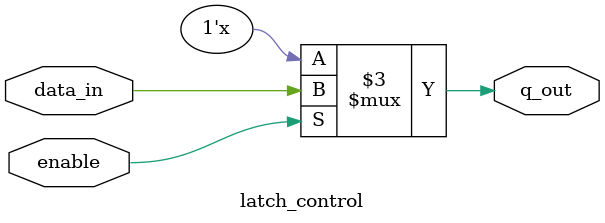
<source format=sv>
module basic_d_latch (
    input  wire d,
    input  wire enable,
    output wire q
);
    // 内部连线
    wire data_signal;
    
    // 数据处理子模块
    data_conditioning data_unit (
        .data_in(d),
        .data_out(data_signal)
    );
    
    // 锁存控制子模块
    latch_control latch_unit (
        .data_in(data_signal),
        .enable(enable),
        .q_out(q)
    );
    
endmodule

//===================================================================
// 数据处理子模块
//===================================================================
module data_conditioning (
    input  wire data_in,
    output wire data_out
);
    // 简单的数据缓冲，可扩展为数据预处理
    assign data_out = data_in;
    
endmodule

//===================================================================
// 锁存控制子模块
//===================================================================
module latch_control (
    input  wire data_in,
    input  wire enable,
    output reg  q_out
);
    // 锁存器逻辑
    always @* begin
        if (enable)
            q_out = data_in;
    end
    
endmodule
</source>
